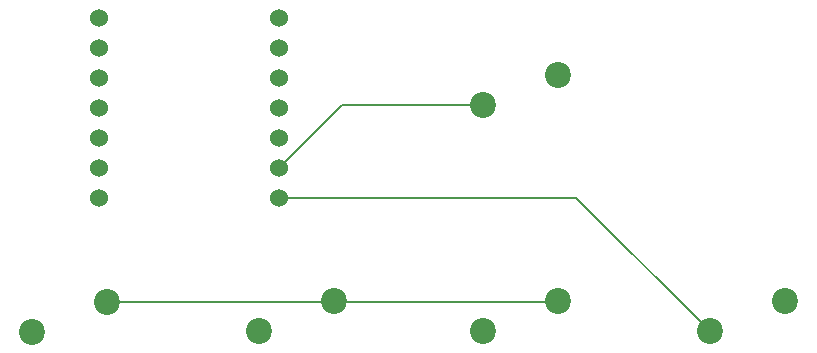
<source format=gbr>
%TF.GenerationSoftware,KiCad,Pcbnew,9.0.2*%
%TF.CreationDate,2025-06-20T17:03:44-04:00*%
%TF.ProjectId,HackPad,4861636b-5061-4642-9e6b-696361645f70,rev?*%
%TF.SameCoordinates,Original*%
%TF.FileFunction,Copper,L2,Bot*%
%TF.FilePolarity,Positive*%
%FSLAX46Y46*%
G04 Gerber Fmt 4.6, Leading zero omitted, Abs format (unit mm)*
G04 Created by KiCad (PCBNEW 9.0.2) date 2025-06-20 17:03:44*
%MOMM*%
%LPD*%
G01*
G04 APERTURE LIST*
%TA.AperFunction,ComponentPad*%
%ADD10C,2.200000*%
%TD*%
%TA.AperFunction,ComponentPad*%
%ADD11C,1.524000*%
%TD*%
%TA.AperFunction,Conductor*%
%ADD12C,0.200000*%
%TD*%
G04 APERTURE END LIST*
D10*
%TO.P,SW3,1,1*%
%TO.N,GND*%
X240000000Y-96000000D03*
%TO.P,SW3,2,2*%
%TO.N,Net-(U1-GPIO4{slash}MISO)*%
X233650000Y-98540000D03*
%TD*%
%TO.P,SW4,1,1*%
%TO.N,GND*%
X221000000Y-96000000D03*
%TO.P,SW4,2,2*%
%TO.N,Net-(U1-GPIO3{slash}MOSI)*%
X214650000Y-98540000D03*
%TD*%
D11*
%TO.P,U1,1,GPIO26/ADC0/A0*%
%TO.N,unconnected-(U1-GPIO26{slash}ADC0{slash}A0-Pad1)*%
X201135000Y-71975000D03*
%TO.P,U1,2,GPIO27/ADC1/A1*%
%TO.N,unconnected-(U1-GPIO27{slash}ADC1{slash}A1-Pad2)*%
X201135000Y-74515000D03*
%TO.P,U1,3,GPIO28/ADC2/A2*%
%TO.N,unconnected-(U1-GPIO28{slash}ADC2{slash}A2-Pad3)*%
X201135000Y-77055000D03*
%TO.P,U1,4,GPIO29/ADC3/A3*%
%TO.N,unconnected-(U1-GPIO29{slash}ADC3{slash}A3-Pad4)*%
X201135000Y-79595000D03*
%TO.P,U1,5,GPIO6/SDA*%
%TO.N,Net-(D2-VDD)*%
X201135000Y-82135000D03*
%TO.P,U1,6,GPIO7/SCL*%
%TO.N,unconnected-(U1-GPIO7{slash}SCL-Pad6)*%
X201135000Y-84675000D03*
%TO.P,U1,7,GPIO0/TX*%
%TO.N,Net-(U1-GPIO0{slash}TX)*%
X201135000Y-87215000D03*
%TO.P,U1,8,GPIO1/RX*%
%TO.N,Net-(U1-GPIO1{slash}RX)*%
X216375000Y-87215000D03*
%TO.P,U1,9,GPIO2/SCK*%
%TO.N,Net-(U1-GPIO2{slash}SCK)*%
X216375000Y-84675000D03*
%TO.P,U1,10,GPIO4/MISO*%
%TO.N,Net-(U1-GPIO4{slash}MISO)*%
X216375000Y-82135000D03*
%TO.P,U1,11,GPIO3/MOSI*%
%TO.N,Net-(U1-GPIO3{slash}MOSI)*%
X216375000Y-79595000D03*
%TO.P,U1,12,3V3*%
%TO.N,unconnected-(U1-3V3-Pad12)*%
X216375000Y-77055000D03*
%TO.P,U1,13,GND*%
%TO.N,GND*%
X216375000Y-74515000D03*
%TO.P,U1,14,VBUS*%
%TO.N,+5V*%
X216375000Y-71975000D03*
%TD*%
D10*
%TO.P,SW2,1,1*%
%TO.N,GND*%
X240010000Y-76820000D03*
%TO.P,SW2,2,2*%
%TO.N,Net-(U1-GPIO2{slash}SCK)*%
X233660000Y-79360000D03*
%TD*%
%TO.P,SW5,1,1*%
%TO.N,GND*%
X201825000Y-96025000D03*
%TO.P,SW5,2,2*%
%TO.N,Net-(U1-GPIO0{slash}TX)*%
X195475000Y-98565000D03*
%TD*%
%TO.P,SW1,1,1*%
%TO.N,GND*%
X259150000Y-96010000D03*
%TO.P,SW1,2,2*%
%TO.N,Net-(U1-GPIO1{slash}RX)*%
X252800000Y-98550000D03*
%TD*%
D12*
%TO.N,GND*%
X240000000Y-96000000D02*
X239975000Y-96025000D01*
X239975000Y-96025000D02*
X201825000Y-96025000D01*
%TO.N,Net-(U1-GPIO1{slash}RX)*%
X252800000Y-98550000D02*
X241465000Y-87215000D01*
X241465000Y-87215000D02*
X216375000Y-87215000D01*
%TO.N,Net-(U1-GPIO2{slash}SCK)*%
X221690000Y-79360000D02*
X216375000Y-84675000D01*
X233660000Y-79360000D02*
X221690000Y-79360000D01*
%TD*%
M02*

</source>
